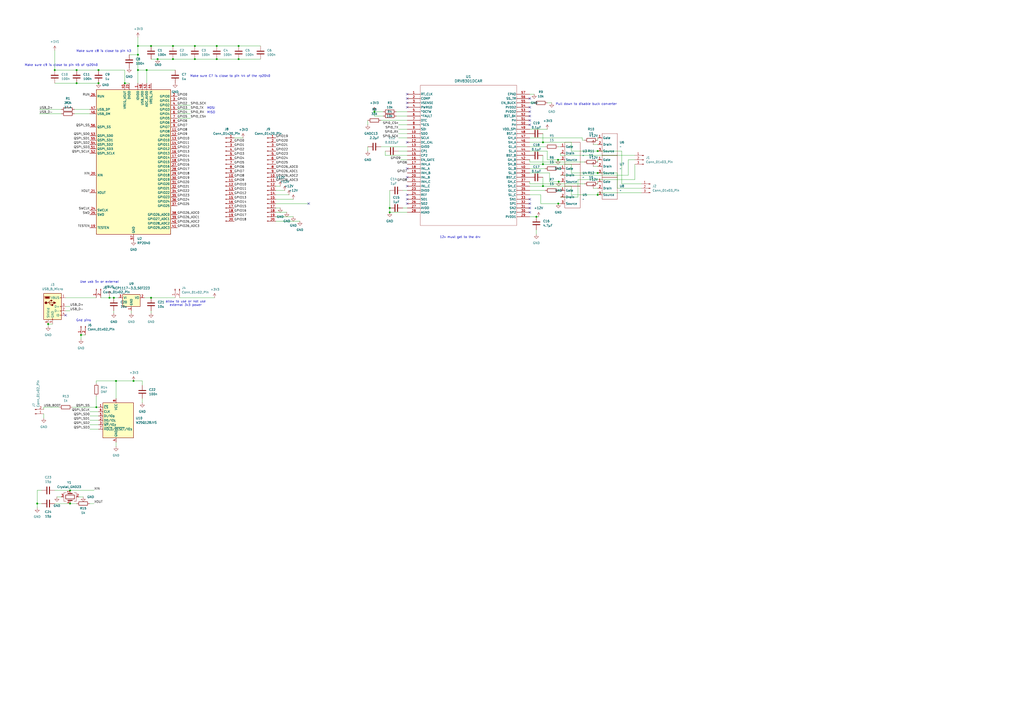
<source format=kicad_sch>
(kicad_sch (version 20250114) (generator "eeschema") (generator_version "9.0")
  (paper "A2")
  (text "allow to use or not use\nexternal 3v3 power" (at 107.696 176.022 0) (effects (font (size 1.27 1.27))))
  (text "Use usb 5v or external" (at 57.658 163.576 0) (effects (font (size 1.27 1.27))))
  (text "MOSI" (at 122.428 62.738 0) (effects (font (size 1.27 1.27))))
  (text "12v must get to the drv" (at 266.954 137.668 0) (effects (font (size 1.27 1.27))))
  (text "Gnd pins" (at 48.514 185.928 0) (effects (font (size 1.27 1.27))))
  (text "Make sure c8 is close to pin 43" (at 60.198 29.718 0) (effects (font (size 1.27 1.27))))
  (text "Pull down to disable buck converter" (at 340.106 60.452 0) (effects (font (size 1.27 1.27))))
  (text "MISO" (at 122.428 65.278 0) (effects (font (size 1.27 1.27))))
  (text "Make sure c9 is close to pin 45 of rp2040" (at 35.56 37.846 0) (effects (font (size 1.27 1.27))))
  (text "Make sure C7 is close to pin 44 of the rp2040" (at 133.604 44.196 0) (effects (font (size 1.27 1.27))))
  (junction (at 91.44 34.29))
  (junction (at 113.03 26.67))
  (junction (at 46.99 194.31))
  (junction (at 314.96 107.95))
  (junction (at 311.15 125.73))
  (junction (at 324.0892 105.41))
  (junction (at 217.17 64.77))
  (junction (at 125.73 26.67))
  (junction (at 87.63 172.72))
  (junction (at 80.01 31.75))
  (junction (at 226.06 120.65))
  (junction (at 87.63 26.67))
  (junction (at 44.45 48.26))
  (junction (at 113.03 34.29))
  (junction (at 125.73 34.29))
  (junction (at 314.96 95.25))
  (junction (at 314.96 82.55))
  (junction (at 346.71 113.03))
  (junction (at 226.06 123.19))
  (junction (at 63.5 172.72))
  (junction (at 40.64 292.1))
  (junction (at 346.71 100.33))
  (junction (at 31.75 40.64))
  (junction (at 100.33 34.29))
  (junction (at 57.15 48.26))
  (junction (at 27.94 187.96))
  (junction (at 67.31 220.98))
  (junction (at 346.71 87.63))
  (junction (at 100.33 26.67))
  (junction (at 44.45 40.64))
  (junction (at 80.01 40.64))
  (junction (at 138.43 26.67))
  (junction (at 55.88 236.22))
  (junction (at 66.04 172.72))
  (junction (at 72.39 48.26))
  (junction (at 80.01 26.67))
  (junction (at 138.43 34.29))
  (junction (at 323.85 118.11))
  (junction (at 21.59 292.1))
  (junction (at 57.15 40.64))
  (junction (at 323.7092 92.71))
  (junction (at 85.09 40.64))
  (junction (at 40.64 284.48))
  (junction (at 77.47 220.98))
  (no_connect (at 236.22 107.95))
  (no_connect (at 236.22 82.55))
  (no_connect (at 307.34 67.31))
  (no_connect (at 236.22 59.69))
  (no_connect (at 307.34 123.19))
  (no_connect (at 307.34 118.11))
  (no_connect (at 236.22 57.15))
  (no_connect (at 236.22 62.23))
  (no_connect (at 307.34 120.65))
  (no_connect (at 307.34 69.85))
  (no_connect (at 38.1 182.88))
  (no_connect (at 307.34 57.15))
  (no_connect (at 307.34 64.77))
  (no_connect (at 236.22 54.61))
  (no_connect (at 307.34 115.57))
  (no_connect (at 179.07 118.11))
  (no_connect (at 236.22 118.11))
  (no_connect (at 236.22 113.03))
  (no_connect (at 236.22 115.57))
  (no_connect (at 307.34 72.39))
  (no_connect (at 236.22 102.87))
  (no_connect (at 236.22 97.79))
  (no_connect (at 307.34 62.23))
  (wire (pts (xy 34.29 236.22) (xy 25.4 236.22)))
  (wire (pts (xy 372.11 109.22) (xy 358.14 109.22)))
  (wire (pts (xy 372.11 111.76) (xy 346.71 111.76)))
  (wire (pts (xy 307.34 74.93) (xy 317.5 74.93)))
  (wire (pts (xy 314.96 77.47) (xy 314.96 82.55)))
  (wire (pts (xy 311.15 125.73) (xy 312.42 125.73)))
  (wire (pts (xy 52.07 246.38) (xy 57.15 246.38)))
  (wire (pts (xy 135.89 80.01) (xy 140.97 80.01)))
  (wire (pts (xy 313.69 118.11) (xy 323.85 118.11)))
  (wire (pts (xy 217.17 67.31) (xy 217.17 64.77)))
  (wire (pts (xy 160.02 107.95) (xy 162.56 107.95)))
  (wire (pts (xy 233.68 120.65) (xy 236.22 120.65)))
  (wire (pts (xy 160.02 113.03) (xy 167.64 113.03)))
  (wire (pts (xy 160.02 123.19) (xy 166.37 123.19)))
  (wire (pts (xy 229.87 67.31) (xy 236.22 67.31)))
  (wire (pts (xy 372.11 106.68) (xy 360.68 106.68)))
  (wire (pts (xy 325.12 101.6) (xy 364.49 101.6)))
  (wire (pts (xy 314.96 82.55) (xy 307.34 82.55)))
  (wire (pts (xy 231.14 72.39) (xy 236.22 72.39)))
  (wire (pts (xy 339.09 93.98) (xy 307.34 93.98)))
  (wire (pts (xy 138.43 34.29) (xy 151.13 34.29)))
  (wire (pts (xy 317.5 59.69) (xy 320.04 59.69)))
  (wire (pts (xy 231.14 77.47) (xy 236.22 77.47)))
  (wire (pts (xy 337.82 80.01) (xy 307.34 80.01)))
  (wire (pts (xy 87.63 34.29) (xy 91.44 34.29)))
  (wire (pts (xy 25.4 236.22) (xy 25.4 237.49)))
  (wire (pts (xy 307.34 110.49) (xy 316.23 110.49)))
  (wire (pts (xy 313.69 113.03) (xy 313.69 118.11)))
  (wire (pts (xy 220.98 85.09) (xy 236.22 85.09)))
  (wire (pts (xy 102.87 60.96) (xy 110.49 60.96)))
  (wire (pts (xy 331.47 113.03) (xy 331.47 107.95)))
  (wire (pts (xy 307.34 85.09) (xy 316.23 85.09)))
  (wire (pts (xy 307.34 87.63) (xy 317.5 87.63)))
  (wire (pts (xy 40.64 292.1) (xy 44.45 292.1)))
  (wire (pts (xy 346.71 113.03) (xy 331.47 113.03)))
  (wire (pts (xy 80.01 26.67) (xy 80.01 31.75)))
  (wire (pts (xy 307.34 97.79) (xy 316.23 97.79)))
  (wire (pts (xy 364.49 101.6) (xy 364.49 92.71)))
  (wire (pts (xy 31.75 40.64) (xy 44.45 40.64)))
  (wire (pts (xy 337.82 81.28) (xy 337.82 80.01)))
  (wire (pts (xy 102.87 63.5) (xy 110.49 63.5)))
  (wire (pts (xy 25.4 240.03) (xy 25.4 242.57)))
  (wire (pts (xy 27.94 187.96) (xy 30.48 187.96)))
  (wire (pts (xy 323.85 110.49) (xy 325.12 110.49)))
  (wire (pts (xy 52.07 241.3) (xy 57.15 241.3)))
  (wire (pts (xy 223.52 90.17) (xy 236.22 90.17)))
  (wire (pts (xy 52.07 238.76) (xy 57.15 238.76)))
  (wire (pts (xy 223.52 87.63) (xy 223.52 90.17)))
  (wire (pts (xy 160.02 125.73) (xy 170.18 125.73)))
  (wire (pts (xy 160.02 115.57) (xy 170.18 115.57)))
  (wire (pts (xy 307.34 59.69) (xy 309.88 59.69)))
  (wire (pts (xy 138.43 26.67) (xy 151.13 26.67)))
  (wire (pts (xy 38.1 172.72) (xy 55.88 172.72)))
  (wire (pts (xy 46.99 194.31) (xy 49.53 194.31)))
  (wire (pts (xy 104.14 172.72) (xy 124.46 172.72)))
  (wire (pts (xy 307.34 100.33) (xy 318.77 100.33)))
  (wire (pts (xy 102.87 68.58) (xy 110.49 68.58)))
  (wire (pts (xy 44.45 48.26) (xy 57.15 48.26)))
  (wire (pts (xy 80.01 21.59) (xy 80.01 26.67)))
  (wire (pts (xy 226.06 120.65) (xy 226.06 123.19)))
  (wire (pts (xy 55.88 222.25) (xy 55.88 220.98)))
  (wire (pts (xy 346.71 81.28) (xy 346.71 80.01)))
  (wire (pts (xy 48.26 288.29) (xy 45.72 288.29)))
  (wire (pts (xy 220.98 69.85) (xy 236.22 69.85)))
  (wire (pts (xy 323.7092 92.71) (xy 325.12 92.71)))
  (wire (pts (xy 346.71 87.63) (xy 360.68 87.63)))
  (wire (pts (xy 80.01 31.75) (xy 80.01 40.64)))
  (wire (pts (xy 43.18 63.5) (xy 52.07 63.5)))
  (wire (pts (xy 44.45 40.64) (xy 57.15 40.64)))
  (wire (pts (xy 113.03 34.29) (xy 125.73 34.29)))
  (wire (pts (xy 331.47 107.95) (xy 314.96 107.95)))
  (wire (pts (xy 72.39 40.64) (xy 72.39 48.26)))
  (wire (pts (xy 213.36 85.09) (xy 213.36 87.63)))
  (wire (pts (xy 87.63 172.72) (xy 101.6 172.72)))
  (wire (pts (xy 160.02 120.65) (xy 162.56 120.65)))
  (wire (pts (xy 113.03 26.67) (xy 125.73 26.67)))
  (wire (pts (xy 346.71 106.68) (xy 346.71 105.41)))
  (wire (pts (xy 233.68 110.49) (xy 236.22 110.49)))
  (wire (pts (xy 307.34 54.61) (xy 309.88 54.61)))
  (wire (pts (xy 82.55 220.98) (xy 82.55 223.52)))
  (wire (pts (xy 226.06 123.19) (xy 236.22 123.19)))
  (wire (pts (xy 40.64 177.8) (xy 38.1 177.8)))
  (wire (pts (xy 317.5 92.71) (xy 323.7092 92.71)))
  (wire (pts (xy 33.02 288.29) (xy 35.56 288.29)))
  (wire (pts (xy 317.5 87.63) (xy 317.5 92.71)))
  (wire (pts (xy 91.44 34.29) (xy 100.33 34.29)))
  (wire (pts (xy 307.34 125.73) (xy 311.15 125.73)))
  (wire (pts (xy 318.77 100.33) (xy 318.77 105.41)))
  (wire (pts (xy 368.3 90.17) (xy 325.12 90.17)))
  (wire (pts (xy 125.73 26.67) (xy 138.43 26.67)))
  (wire (pts (xy 360.68 106.68) (xy 360.68 87.63)))
  (wire (pts (xy 22.86 63.5) (xy 35.56 63.5)))
  (wire (pts (xy 63.5 172.72) (xy 66.04 172.72)))
  (wire (pts (xy 85.09 40.64) (xy 85.09 48.26)))
  (wire (pts (xy 160.02 110.49) (xy 165.1 110.49)))
  (wire (pts (xy 52.07 292.1) (xy 54.61 292.1)))
  (wire (pts (xy 335.28 104.14) (xy 335.28 114.3)))
  (wire (pts (xy 66.04 181.61) (xy 66.04 180.34)))
  (wire (pts (xy 217.17 64.77) (xy 222.25 64.77)))
  (wire (pts (xy 63.5 171.45) (xy 63.5 172.72)))
  (wire (pts (xy 331.47 87.63) (xy 346.71 87.63)))
  (wire (pts (xy 72.39 48.26) (xy 74.93 48.26)))
  (wire (pts (xy 314.96 90.17) (xy 314.96 95.25)))
  (wire (pts (xy 346.71 100.33) (xy 358.14 100.33)))
  (wire (pts (xy 358.14 109.22) (xy 358.14 100.33)))
  (wire (pts (xy 85.09 40.64) (xy 101.6 40.64)))
  (wire (pts (xy 231.14 87.63) (xy 236.22 87.63)))
  (wire (pts (xy 74.93 31.75) (xy 80.01 31.75)))
  (wire (pts (xy 323.85 85.09) (xy 325.12 85.09)))
  (wire (pts (xy 55.88 236.22) (xy 57.15 236.22)))
  (wire (pts (xy 100.33 34.29) (xy 113.03 34.29)))
  (wire (pts (xy 344.17 109.22) (xy 346.71 109.22)))
  (wire (pts (xy 231.14 74.93) (xy 236.22 74.93)))
  (wire (pts (xy 307.34 93.98) (xy 307.34 92.71)))
  (wire (pts (xy 331.47 100.33) (xy 346.71 100.33)))
  (wire (pts (xy 346.71 93.98) (xy 346.71 92.71)))
  (wire (pts (xy 40.64 180.34) (xy 38.1 180.34)))
  (wire (pts (xy 364.49 92.71) (xy 368.3 92.71)))
  (wire (pts (xy 307.34 113.03) (xy 313.69 113.03)))
  (wire (pts (xy 368.3 95.25) (xy 368.3 104.14)))
  (wire (pts (xy 41.91 236.22) (xy 55.88 236.22)))
  (wire (pts (xy 24.13 284.48) (xy 21.59 284.48)))
  (wire (pts (xy 314.96 107.95) (xy 307.34 107.95)))
  (wire (pts (xy 46.99 194.31) (xy 46.99 196.85)))
  (wire (pts (xy 55.88 229.87) (xy 55.88 236.22)))
  (wire (pts (xy 331.47 87.63) (xy 331.47 82.55)))
  (wire (pts (xy 31.75 284.48) (xy 40.64 284.48)))
  (wire (pts (xy 160.02 118.11) (xy 179.07 118.11)))
  (wire (pts (xy 55.88 220.98) (xy 67.31 220.98)))
  (wire (pts (xy 331.47 95.25) (xy 314.96 95.25)))
  (wire (pts (xy 323.85 97.79) (xy 325.12 97.79)))
  (wire (pts (xy 346.71 111.76) (xy 346.71 113.03)))
  (wire (pts (xy 311.15 133.35) (xy 311.15 135.89)))
  (wire (pts (xy 67.31 220.98) (xy 77.47 220.98)))
  (wire (pts (xy 67.31 259.08) (xy 67.31 256.54)))
  (wire (pts (xy 368.3 104.14) (xy 335.28 104.14)))
  (wire (pts (xy 314.96 102.87) (xy 314.96 107.95)))
  (wire (pts (xy 66.04 172.72) (xy 68.58 172.72)))
  (wire (pts (xy 335.28 114.3) (xy 325.12 114.3)))
  (wire (pts (xy 22.86 66.04) (xy 35.56 66.04)))
  (wire (pts (xy 344.17 96.52) (xy 346.71 96.52)))
  (wire (pts (xy 27.94 189.23) (xy 27.94 187.96)))
  (wire (pts (xy 43.18 66.04) (xy 52.07 66.04)))
  (wire (pts (xy 31.75 29.21) (xy 31.75 40.64)))
  (wire (pts (xy 324.0892 105.41) (xy 325.12 105.41)))
  (wire (pts (xy 331.47 100.33) (xy 331.47 95.25)))
  (wire (pts (xy 325.12 88.9) (xy 325.12 90.17)))
  (wire (pts (xy 314.96 95.25) (xy 307.34 95.25)))
  (wire (pts (xy 52.07 243.84) (xy 57.15 243.84)))
  (wire (pts (xy 21.59 284.48) (xy 21.59 292.1)))
  (wire (pts (xy 323.85 118.11) (xy 325.12 118.11)))
  (wire (pts (xy 307.34 106.68) (xy 307.34 105.41)))
  (wire (pts (xy 231.14 80.01) (xy 236.22 80.01)))
  (wire (pts (xy 331.47 82.55) (xy 314.96 82.55)))
  (wire (pts (xy 40.64 284.48) (xy 54.61 284.48)))
  (wire (pts (xy 222.25 67.31) (xy 217.17 67.31)))
  (wire (pts (xy 82.55 233.68) (xy 82.55 231.14)))
  (wire (pts (xy 100.33 26.67) (xy 113.03 26.67)))
  (wire (pts (xy 339.09 106.68) (xy 307.34 106.68)))
  (wire (pts (xy 160.02 128.27) (xy 173.99 128.27)))
  (wire (pts (xy 318.77 105.41) (xy 324.0892 105.41)))
  (wire (pts (xy 57.15 40.64) (xy 72.39 40.64)))
  (wire (pts (xy 229.87 64.77) (xy 236.22 64.77)))
  (wire (pts (xy 213.36 69.85) (xy 213.36 72.39)))
  (wire (pts (xy 125.73 34.29) (xy 138.43 34.29)))
  (wire (pts (xy 21.59 294.64) (xy 21.59 292.1)))
  (wire (pts (xy 76.2 181.61) (xy 76.2 180.34)))
  (wire (pts (xy 52.07 248.92) (xy 57.15 248.92)))
  (wire (pts (xy 21.59 292.1) (xy 24.13 292.1)))
  (wire (pts (xy 58.42 172.72) (xy 63.5 172.72)))
  (wire (pts (xy 226.06 110.49) (xy 226.06 120.65)))
  (wire (pts (xy 87.63 181.61) (xy 87.63 180.34)))
  (wire (pts (xy 344.17 83.82) (xy 346.71 83.82)))
  (wire (pts (xy 102.87 66.04) (xy 110.49 66.04)))
  (wire (pts (xy 31.75 292.1) (xy 40.64 292.1)))
  (wire (pts (xy 31.75 48.26) (xy 44.45 48.26)))
  (wire (pts (xy 80.01 40.64) (xy 85.09 40.64)))
  (wire (pts (xy 83.82 172.72) (xy 87.63 172.72)))
  (wire (pts (xy 337.82 81.28) (xy 339.09 81.28)))
  (wire (pts (xy 87.63 26.67) (xy 100.33 26.67)))
  (wire (pts (xy 77.47 220.98) (xy 82.55 220.98)))
  (wire (pts (xy 232.41 92.71) (xy 236.22 92.71)))
  (wire (pts (xy 80.01 40.64) (xy 80.01 48.26)))
  (wire (pts (xy 67.31 231.14) (xy 67.31 220.98)))
  (wire (pts (xy 80.01 26.67) (xy 87.63 26.67)))
  (label "SPI0_RX" (at 110.49 66.04 0))
  (label "GPIO21" (at 160.02 85.09 0))
  (label "GPIO7" (at 102.87 73.66 0))
  (label "GPIO26_ADC0" (at 102.87 124.46 0))
  (label "GPIO8" (at 236.22 105.41 180))
  (label "QSPI_SD2" (at 52.07 83.82 180))
  (label "GPIO6" (at 135.89 97.79 0))
  (label "QSPI_SD0" (at 52.07 78.74 180))
  (label "GPIO9" (at 232.41 92.71 180))
  (label "USB_BOOT" (at 25.4 236.22 0))
  (label "GPIO22" (at 102.87 111.76 0))
  (label "GPIO14" (at 102.87 91.44 0))
  (label "GPIO9" (at 135.89 105.41 0))
  (label "GPIO16" (at 102.87 96.52 0))
  (label "SWCLK" (at 52.07 121.92 180))
  (label "GPIO13" (at 102.87 88.9 0))
  (label "QSPI_SD1" (at 52.07 81.28 180))
  (label "XOUT" (at 52.07 111.76 180))
  (label "RUN" (at 52.07 55.88 180))
  (label "GPIO26_ADC0" (at 160.02 97.79 0))
  (label "GPIO7" (at 236.22 100.33 180))
  (label "SPI0_TX" (at 231.14 74.93 180))
  (label "GPIO24" (at 102.87 116.84 0))
  (label "GPIO12" (at 102.87 86.36 0))
  (label "GPIO20" (at 102.87 106.68 0))
  (label "USB_D-" (at 40.64 180.34 0))
  (label "GPIO0" (at 135.89 82.55 0))
  (label "GPIO12" (at 135.89 113.03 0))
  (label "SPI0_RX" (at 231.14 77.47 180))
  (label "QSPI_SCLK" (at 52.07 238.76 180))
  (label "QSPI_SD1" (at 52.07 243.84 180))
  (label "GPIO17" (at 102.87 99.06 0))
  (label "GPIO8" (at 102.87 76.2 0))
  (label "GPIO16" (at 135.89 123.19 0))
  (label "GPIO1" (at 135.89 85.09 0))
  (label "GPIO3" (at 102.87 63.5 0))
  (label "GPIO5" (at 135.89 95.25 0))
  (label "GPIO18" (at 102.87 101.6 0))
  (label "GPIO19" (at 160.02 80.01 0))
  (label "GPIO6" (at 102.87 71.12 0))
  (label "SPI0_SCK" (at 110.49 60.96 0))
  (label "GPIO7" (at 135.89 100.33 0))
  (label "GPIO20" (at 160.02 82.55 0))
  (label "GPIO23" (at 160.02 90.17 0))
  (label "GPIO26_ADC1" (at 160.02 100.33 0))
  (label "GPIO11" (at 135.89 110.49 0))
  (label "USB_D-" (at 22.86 66.04 0))
  (label "GPIO26_ADC2" (at 102.87 129.54 0))
  (label "GPIO21" (at 102.87 109.22 0))
  (label "GPIO0" (at 102.87 55.88 0))
  (label "GPIO3" (at 135.89 90.17 0))
  (label "USB_D+" (at 40.64 177.8 0))
  (label "XIN" (at 52.07 101.6 180))
  (label "QSPI_SCLK" (at 52.07 88.9 180))
  (label "GPIO5" (at 102.87 68.58 0))
  (label "GPIO9" (at 102.87 78.74 0))
  (label "GPIO25" (at 102.87 119.38 0))
  (label "SPI0_CSn" (at 110.49 68.58 0))
  (label "QSPI_SD3" (at 52.07 248.92 180))
  (label "GPIO2" (at 102.87 60.96 0))
  (label "GPIO26_ADC3" (at 160.02 105.41 0))
  (label "GPIO13" (at 135.89 115.57 0))
  (label "GPIO22" (at 160.02 87.63 0))
  (label "GPIO17" (at 135.89 125.73 0))
  (label "GPIO26_ADC2" (at 160.02 102.87 0))
  (label "GPIO6" (at 236.22 95.25 180))
  (label "GPIO10" (at 135.89 107.95 0))
  (label "GPIO10" (at 102.87 81.28 0))
  (label "GPIO1" (at 102.87 58.42 0))
  (label "QSPI_SS" (at 52.07 73.66 180))
  (label "GPIO4" (at 102.87 66.04 0))
  (label "GPIO8" (at 135.89 102.87 0))
  (label "SPI0_CSn" (at 231.14 72.39 180))
  (label "SPI0_SCK" (at 231.14 80.01 180))
  (label "XOUT" (at 54.61 292.1 0))
  (label "GPIO4" (at 135.89 92.71 0))
  (label "GPIO26_ADC1" (at 102.87 127 0))
  (label "GPIO15" (at 102.87 93.98 0))
  (label "QSPI_SD3" (at 52.07 86.36 180))
  (label "QSPI_SS" (at 52.07 236.22 180))
  (label "GPIO14" (at 135.89 118.11 0))
  (label "GPIO26_ADC3" (at 102.87 132.08 0))
  (label "GPIO18" (at 135.89 128.27 0))
  (label "GPIO11" (at 102.87 83.82 0))
  (label "QSPI_SD2" (at 52.07 246.38 180))
  (label "SPI0_TX" (at 110.49 63.5 0))
  (label "GPIO24" (at 160.02 92.71 0))
  (label "USB_D+" (at 22.86 63.5 0))
  (label "GPIO23" (at 102.87 114.3 0))
  (label "GPIO25" (at 160.02 95.25 0))
  (label "SWD" (at 52.07 124.46 180))
  (label "GPIO19" (at 102.87 104.14 0))
  (label "TESTEN" (at 52.07 132.08 180))
  (label "XIN" (at 54.61 284.48 0))
  (label "QSPI_SD0" (at 52.07 241.3 180))
  (label "GPIO15" (at 135.89 120.65 0))
  (label "GPIO2" (at 135.89 87.63 0))
  (symbol (lib_id "Device:R") (at 342.9 81.28 90) (unit 1)
    (property "Reference" "R10" (at 342.9 74.93 90))
    (property "Value" "15" (at 342.9 77.47 90))
    (property "Footprint" "Resistor_SMD:R_0402_1005Metric" (effects (hide yes)))
    (property "Description" "Resistor" (effects (hide yes)))
  )
  (symbol (lib_id "power:GND") (at 76.2 181.61 0) (unit 1)
    (property "Reference" "#PWR026" (effects (hide yes)))
    (property "Value" "GND" (at 76.2 186.69 0))
    (property "Description" "Power symbol creates a global label with name \"GND\" , ground" (effects (hide yes)))
  )
  (symbol (lib_id "power:GND") (at 87.63 181.61 0) (unit 1)
    (property "Reference" "#PWR027" (effects (hide yes)))
    (property "Value" "GND" (at 87.63 186.69 0))
    (property "Description" "Power symbol creates a global label with name \"GND\" , ground" (effects (hide yes)))
  )
  (symbol (lib_id "power:+3V3") (at 77.47 220.98 0) (unit 1)
    (property "Reference" "#PWR031" (effects (hide yes)))
    (property "Value" "+3V3" (at 77.724 216.154 0))
    (property "Description" "Power symbol creates a global label with name \"+3V3\"" (effects (hide yes)))
  )
  (symbol (lib_id "RS100N135T:RS100N135T") (at 351.79 82.55 0) (unit 1)
    (property "Reference" "U6" (at 359.41 82.5499 0) (effects (justify left)))
    (property "Value" "~" (at 359.41 85.0899 0) (effects (justify left)))
    (property "Footprint" "Package_TO_SOT_THT:TO-220-3_Vertical" (effects (hide yes)))
  )
  (symbol (lib_id "Device:C") (at 229.87 120.65 90) (unit 1)
    (property "Reference" "C15" (at 229.87 114.554 90))
    (property "Value" "1µF" (at 229.87 117.094 90))
    (property "Footprint" "Capacitor_SMD:C_0603_1608Metric" (effects (hide yes)))
    (property "Description" "Unpolarized capacitor" (effects (hide yes)))
  )
  (symbol (lib_id "power:+12V") (at 165.1 110.49 0) (unit 1)
    (property "Reference" "#PWR039" (effects (hide yes)))
    (property "Value" "+12V" (at 165.1 105.41 0))
    (property "Description" "Power symbol creates a global label with name \"+12V\"" (effects (hide yes)))
  )
  (symbol (lib_id "Device:R") (at 217.17 69.85 90) (unit 1)
    (property "Reference" "R8" (at 217.17 63.5 90))
    (property "Value" "33k" (at 217.17 66.04 90))
    (property "Footprint" "Resistor_SMD:R_0402_1005Metric" (effects (hide yes)))
    (property "Description" "Resistor" (effects (hide yes)))
  )
  (symbol (lib_id "Device:C") (at 311.15 90.17 90) (unit 1)
    (property "Reference" "C18" (at 311.15 84.074 90))
    (property "Value" "0.1µF" (at 311.15 86.614 90))
    (property "Footprint" "Capacitor_SMD:C_0603_1608Metric" (effects (hide yes)))
    (property "Description" "Unpolarized capacitor" (effects (hide yes)))
  )
  (symbol (lib_id "RS100N135T:RS100N135T") (at 330.2 113.03 0) (unit 1)
    (property "Reference" "U5" (at 337.82 113.0299 0) (effects (justify left)))
    (property "Value" "~" (at 337.82 115.5699 0) (effects (justify left)))
    (property "Footprint" "Package_TO_SOT_THT:TO-220-3_Vertical" (effects (hide yes)))
  )
  (symbol (lib_id "power:+12V") (at 312.42 125.73 0) (unit 1)
    (property "Reference" "#PWR022" (effects (hide yes)))
    (property "Value" "+12V" (at 312.42 120.65 0))
    (property "Description" "Power symbol creates a global label with name \"+12V\"" (effects (hide yes)))
  )
  (symbol (lib_id "power:GND") (at 309.88 54.61 0) (unit 1)
    (property "Reference" "#PWR014" (effects (hide yes)))
    (property "Value" "GND" (at 309.88 59.69 0))
    (property "Description" "Power symbol creates a global label with name \"GND\" , ground" (effects (hide yes)))
  )
  (symbol (lib_id "power:GND") (at 57.15 48.26 0) (unit 1)
    (property "Reference" "#PWR05" (effects (hide yes)))
    (property "Value" "GND" (at 61.214 49.276 0))
    (property "Description" "Power symbol creates a global label with name \"GND\" , ground" (effects (hide yes)))
  )
  (symbol (lib_id "power:GND") (at 25.4 242.57 0) (unit 1)
    (property "Reference" "#PWR030" (effects (hide yes)))
    (property "Value" "GND" (at 25.4 247.65 0))
    (property "Description" "Power symbol creates a global label with name \"GND\" , ground" (effects (hide yes)))
  )
  (symbol (lib_id "Connector:Conn_01x02_Pin") (at 101.6 167.64 90) (mirror x) (unit 1)
    (property "Reference" "J4" (at 105.41 167.0049 90) (effects (justify right)))
    (property "Value" "Conn_01x02_Pin" (at 105.41 169.5449 90) (effects (justify right)))
    (property "Footprint" "Connector_PinHeader_2.54mm:PinHeader_1x02_P2.54mm_Vertical" (effects (hide yes)))
    (property "Description" "Generic connector, single row, 01x02, script generated" (effects (hide yes)))
  )
  (symbol (lib_id "power:GND") (at 226.06 123.19 0) (unit 1)
    (property "Reference" "#PWR08" (effects (hide yes)))
    (property "Value" "GND" (at 226.06 128.27 0))
    (property "Description" "Power symbol creates a global label with name \"GND\" , ground" (effects (hide yes)))
  )
  (symbol (lib_id "Device:C") (at 113.03 30.48 0) (unit 1)
    (property "Reference" "C3" (at 116.84 29.2099 0) (effects (justify left)))
    (property "Value" "100n" (at 116.84 31.7499 0) (effects (justify left)))
    (property "Footprint" "Capacitor_SMD:C_0402_1005Metric" (effects (hide yes)))
    (property "Description" "Unpolarized capacitor" (effects (hide yes)))
  )
  (symbol (lib_id "power:GND") (at 74.93 39.37 0) (unit 1)
    (property "Reference" "#PWR04" (effects (hide yes)))
    (property "Value" "GND" (at 74.93 44.45 0))
    (property "Description" "Power symbol creates a global label with name \"GND\" , ground" (effects (hide yes)))
  )
  (symbol (lib_id "power:GND") (at 66.04 181.61 0) (unit 1)
    (property "Reference" "#PWR025" (effects (hide yes)))
    (property "Value" "GND" (at 66.04 186.69 0))
    (property "Description" "Power symbol creates a global label with name \"GND\" , ground" (effects (hide yes)))
  )
  (symbol (lib_id "Device:C") (at 66.04 176.53 0) (unit 1)
    (property "Reference" "C20" (at 69.85 175.2599 0) (effects (justify left)))
    (property "Value" "10u" (at 69.85 177.7999 0) (effects (justify left)))
    (property "Footprint" "Capacitor_SMD:C_0805_2012Metric" (effects (hide yes)))
    (property "Description" "Unpolarized capacitor" (effects (hide yes)))
  )
  (symbol (lib_id "Device:R") (at 320.04 110.49 90) (unit 1)
    (property "Reference" "R7" (at 320.04 104.14 90))
    (property "Value" "15" (at 320.04 106.68 90))
    (property "Footprint" "Resistor_SMD:R_0402_1005Metric" (effects (hide yes)))
    (property "Description" "Resistor" (effects (hide yes)))
  )
  (symbol (lib_id "Device:R") (at 39.37 63.5 90) (unit 1)
    (property "Reference" "R1" (at 39.37 57.15 90))
    (property "Value" "27.4" (at 39.37 59.69 90))
    (property "Footprint" "A_HDJ_Library:R_0402_1005Metric" (effects (hide yes)))
    (property "Description" "Resistor" (effects (hide yes)))
  )
  (symbol (lib_id "power:GND") (at 323.7092 92.71 0) (unit 1)
    (property "Reference" "#PWR018" (effects (hide yes)))
    (property "Value" "GND" (at 323.7092 97.79 0))
    (property "Description" "Power symbol creates a global label with name \"GND\" , ground" (effects (hide yes)))
  )
  (symbol (lib_id "Device:R") (at 226.06 67.31 90) (unit 1)
    (property "Reference" "R4" (at 226.06 64.77 90))
    (property "Value" "10k" (at 226.06 67.31 90))
    (property "Footprint" "A_HDJ_Library:R_0402_1005Metric" (effects (hide yes)))
    (property "Description" "Resistor" (effects (hide yes)))
  )
  (symbol (lib_id "Device:C") (at 57.15 44.45 0) (unit 1)
    (property "Reference" "C9" (at 60.96 43.1799 0) (effects (justify left)))
    (property "Value" "1u" (at 60.96 45.7199 0) (effects (justify left)))
    (property "Footprint" "Capacitor_SMD:C_0603_1608Metric" (effects (hide yes)))
    (property "Description" "Unpolarized capacitor" (effects (hide yes)))
  )
  (symbol (lib_id "power:+1V1") (at 31.75 29.21 0) (unit 1)
    (property "Reference" "#PWR06" (effects (hide yes)))
    (property "Value" "+1V1" (at 31.75 24.13 0))
    (property "Description" "Power symbol creates a global label with name \"+1V1\"" (effects (hide yes)))
  )
  (symbol (lib_id "Device:Crystal_GND23") (at 40.64 288.29 270) (unit 1)
    (property "Reference" "Y1" (at 40.132 279.908 90))
    (property "Value" "Crystal_GND23" (at 40.132 282.448 90))
    (property "Footprint" "Crystal:Crystal_SMD_3225-4Pin_3.2x2.5mm" (effects (hide yes)))
    (property "Description" "Four pin crystal, GND on pins 2 and 3" (effects (hide yes)))
  )
  (symbol (lib_id "Connector:Conn_01x02_Pin") (at 55.88 167.64 90) (mirror x) (unit 1)
    (property "Reference" "J5" (at 59.69 167.0049 90) (effects (justify right)))
    (property "Value" "Conn_01x02_Pin" (at 59.69 169.418 90) (effects (justify right)))
    (property "Footprint" "Connector_PinHeader_2.54mm:PinHeader_1x02_P2.54mm_Vertical" (effects (hide yes)))
    (property "Description" "Generic connector, single row, 01x02, script generated" (effects (hide yes)))
  )
  (symbol (lib_id "Connector:USB_B_Micro") (at 30.48 177.8 0) (unit 1)
    (property "Reference" "J3" (at 30.48 165.1 0))
    (property "Value" "USB_B_Micro" (at 30.48 167.64 0))
    (property "Footprint" "Connector_USB:USB_Micro-AB_Molex_47590-0001" (effects (hide yes)))
    (property "Description" "USB Micro Type B connector" (effects (hide yes)))
  )
  (symbol (lib_id "power:GND") (at 173.99 128.27 0) (unit 1)
    (property "Reference" "#PWR046" (effects (hide yes)))
    (property "Value" "GND" (at 173.99 133.35 0))
    (property "Description" "Power symbol creates a global label with name \"GND\" , ground" (effects (hide yes)))
  )
  (symbol (lib_id "power:+3V3") (at 124.46 172.72 0) (unit 1)
    (property "Reference" "#PWR028" (effects (hide yes)))
    (property "Value" "+3V3" (at 124.714 167.894 0))
    (property "Description" "Power symbol creates a global label with name \"+3V3\"" (effects (hide yes)))
  )
  (symbol (lib_id "Connector:Conn_01x02_Pin") (at 46.99 189.23 90) (mirror x) (unit 1)
    (property "Reference" "J6" (at 50.8 188.5949 90) (effects (justify right)))
    (property "Value" "Conn_01x02_Pin" (at 50.8 191.008 90) (effects (justify right)))
    (property "Footprint" "Connector_PinHeader_2.54mm:PinHeader_1x02_P2.54mm_Vertical" (effects (hide yes)))
    (property "Description" "Generic connector, single row, 01x02, script generated" (effects (hide yes)))
  )
  (symbol (lib_id "Device:C") (at 100.33 30.48 0) (unit 1)
    (property "Reference" "C2" (at 104.14 29.2099 0) (effects (justify left)))
    (property "Value" "100n" (at 104.14 31.7499 0) (effects (justify left)))
    (property "Footprint" "Capacitor_SMD:C_0402_1005Metric" (effects (hide yes)))
    (property "Description" "Unpolarized capacitor" (effects (hide yes)))
  )
  (symbol (lib_id "Device:C") (at 27.94 284.48 90) (unit 1)
    (property "Reference" "C23" (at 27.94 276.86 90))
    (property "Value" "15p" (at 27.94 279.4 90))
    (property "Footprint" "Capacitor_SMD:C_0402_1005Metric" (effects (hide yes)))
    (property "Description" "Unpolarized capacitor" (effects (hide yes)))
  )
  (symbol (lib_id "Device:C") (at 44.45 44.45 0) (unit 1)
    (property "Reference" "C11" (at 48.26 43.1799 0) (effects (justify left)))
    (property "Value" "100n" (at 48.26 45.7199 0) (effects (justify left)))
    (property "Footprint" "Capacitor_SMD:C_0402_1005Metric" (effects (hide yes)))
    (property "Description" "Unpolarized capacitor" (effects (hide yes)))
  )
  (symbol (lib_id "power:GND") (at 91.44 34.29 0) (unit 1)
    (property "Reference" "#PWR02" (effects (hide yes)))
    (property "Value" "GND" (at 91.694 37.592 0))
    (property "Description" "Power symbol creates a global label with name \"GND\" , ground" (effects (hide yes)))
  )
  (symbol (lib_id "power:+3V3") (at 140.97 80.01 0) (unit 1)
    (property "Reference" "#PWR037" (effects (hide yes)))
    (property "Value" "+3V3" (at 141.224 75.184 0))
    (property "Description" "Power symbol creates a global label with name \"+3V3\"" (effects (hide yes)))
  )
  (symbol (lib_id "power:GND") (at 323.85 118.11 0) (unit 1)
    (property "Reference" "#PWR016" (effects (hide yes)))
    (property "Value" "GND" (at 323.85 123.19 0))
    (property "Description" "Power symbol creates a global label with name \"GND\" , ground" (effects (hide yes)))
  )
  (symbol (lib_id "power:GND") (at 101.6 48.26 0) (unit 1)
    (property "Reference" "#PWR03" (effects (hide yes)))
    (property "Value" "GND" (at 101.6 53.34 0))
    (property "Description" "Power symbol creates a global label with name \"GND\" , ground" (effects (hide yes)))
  )
  (symbol (lib_id "power:GND") (at 82.55 233.68 0) (unit 1)
    (property "Reference" "#PWR032" (effects (hide yes)))
    (property "Value" "GND" (at 82.55 238.76 0))
    (property "Description" "Power symbol creates a global label with name \"GND\" , ground" (effects (hide yes)))
  )
  (symbol (lib_id "power:+12V") (at 162.56 107.95 0) (unit 1)
    (property "Reference" "#PWR038" (effects (hide yes)))
    (property "Value" "+12V" (at 162.56 102.87 0))
    (property "Description" "Power symbol creates a global label with name \"+12V\"" (effects (hide yes)))
  )
  (symbol (lib_id "power:+3V3") (at 217.17 64.77 0) (unit 1)
    (property "Reference" "#PWR09" (effects (hide yes)))
    (property "Value" "+3V3" (at 217.17 59.69 0))
    (property "Description" "Power symbol creates a global label with name \"+3V3\"" (effects (hide yes)))
  )
  (symbol (lib_id "Device:R") (at 313.69 59.69 90) (unit 1)
    (property "Reference" "R9" (at 313.69 53.34 90))
    (property "Value" "10k" (at 313.69 55.88 90))
    (property "Footprint" "Resistor_SMD:R_0402_1005Metric" (effects (hide yes)))
    (property "Description" "Resistor" (effects (hide yes)))
  )
  (symbol (lib_id "Device:C") (at 151.13 30.48 0) (unit 1)
    (property "Reference" "C6" (at 154.94 29.2099 0) (effects (justify left)))
    (property "Value" "100n" (at 154.94 31.7499 0) (effects (justify left)))
    (property "Footprint" "Capacitor_SMD:C_0402_1005Metric" (effects (hide yes)))
    (property "Description" "Unpolarized capacitor" (effects (hide yes)))
  )
  (symbol (lib_id "power:GND") (at 162.56 120.65 0) (unit 1)
    (property "Reference" "#PWR043" (effects (hide yes)))
    (property "Value" "GND" (at 162.56 125.73 0))
    (property "Description" "Power symbol creates a global label with name \"GND\" , ground" (effects (hide yes)))
  )
  (symbol (lib_id "Device:C") (at 27.94 292.1 90) (unit 1)
    (property "Reference" "C24" (at 27.94 296.926 90))
    (property "Value" "15p" (at 27.94 299.466 90))
    (property "Footprint" "Capacitor_SMD:C_0402_1005Metric" (effects (hide yes)))
    (property "Description" "Unpolarized capacitor" (effects (hide yes)))
  )
  (symbol (lib_id "Device:R") (at 48.26 292.1 90) (unit 1)
    (property "Reference" "R15" (at 48.26 294.894 90))
    (property "Value" "1k" (at 48.26 297.434 90))
    (property "Footprint" "Resistor_SMD:R_0402_1005Metric" (effects (hide yes)))
    (property "Description" "Resistor" (effects (hide yes)))
  )
  (symbol (lib_id "Device:C") (at 229.87 110.49 90) (unit 1)
    (property "Reference" "C14" (at 228.346 103.886 90))
    (property "Value" "1µF" (at 228.346 106.426 90))
    (property "Footprint" "Capacitor_SMD:C_0603_1608Metric" (effects (hide yes)))
    (property "Description" "Unpolarized capacitor" (effects (hide yes)))
  )
  (symbol (lib_id "power:+3V3") (at 80.01 21.59 0) (unit 1)
    (property "Reference" "#PWR01" (effects (hide yes)))
    (property "Value" "+3V3" (at 80.264 16.764 0))
    (property "Description" "Power symbol creates a global label with name \"+3V3\"" (effects (hide yes)))
  )
  (symbol (lib_id "Device:R") (at 38.1 236.22 90) (unit 1)
    (property "Reference" "R13" (at 38.1 229.87 90))
    (property "Value" "1k" (at 38.1 232.41 90))
    (property "Footprint" "Resistor_SMD:R_0402_1005Metric" (effects (hide yes)))
    (property "Description" "Resistor" (effects (hide yes)))
  )
  (symbol (lib_id "power:+12V") (at 170.18 115.57 0) (unit 1)
    (property "Reference" "#PWR041" (effects (hide yes)))
    (property "Value" "+12V" (at 170.18 110.49 0))
    (property "Description" "Power symbol creates a global label with name \"+12V\"" (effects (hide yes)))
  )
  (symbol (lib_id "Device:R") (at 342.9 93.98 90) (unit 1)
    (property "Reference" "R11" (at 342.9 87.63 90))
    (property "Value" "15" (at 342.9 90.17 90))
    (property "Footprint" "Resistor_SMD:R_0402_1005Metric" (effects (hide yes)))
    (property "Description" "Resistor" (effects (hide yes)))
  )
  (symbol (lib_id "RS100N135T:RS100N135T") (at 351.79 95.25 0) (unit 1)
    (property "Reference" "U7" (at 359.41 95.2499 0) (effects (justify left)))
    (property "Value" "~" (at 359.41 97.7899 0) (effects (justify left)))
    (property "Footprint" "Package_TO_SOT_THT:TO-220-3_Vertical" (effects (hide yes)))
  )
  (symbol (lib_id "Device:C") (at 227.33 87.63 90) (unit 1)
    (property "Reference" "C12" (at 227.33 80.01 90))
    (property "Value" "0.022µF" (at 227.33 82.55 90))
    (property "Footprint" "Capacitor_SMD:C_0402_1005Metric_Pad0.74x0.62mm_HandSolder" (effects (hide yes)))
    (property "Description" "Unpolarized capacitor" (effects (hide yes)))
  )
  (symbol (lib_id "Device:C") (at 138.43 30.48 0) (unit 1)
    (property "Reference" "C5" (at 142.24 29.2099 0) (effects (justify left)))
    (property "Value" "100n" (at 142.24 31.7499 0) (effects (justify left)))
    (property "Footprint" "Capacitor_SMD:C_0402_1005Metric" (effects (hide yes)))
    (property "Description" "Unpolarized capacitor" (effects (hide yes)))
  )
  (symbol (lib_id "power:GND") (at 213.36 87.63 0) (unit 1)
    (property "Reference" "#PWR010" (effects (hide yes)))
    (property "Value" "GND" (at 213.36 92.71 0))
    (property "Description" "Power symbol creates a global label with name \"GND\" , ground" (effects (hide yes)))
  )
  (symbol (lib_id "Device:C") (at 311.15 102.87 90) (unit 1)
    (property "Reference" "C17" (at 311.15 96.774 90))
    (property "Value" "0.1µF" (at 311.15 99.314 90))
    (property "Footprint" "Capacitor_SMD:C_0603_1608Metric" (effects (hide yes)))
    (property "Description" "Unpolarized capacitor" (effects (hide yes)))
  )
  (symbol (lib_id "Device:R") (at 39.37 66.04 90) (unit 1)
    (property "Reference" "R2" (at 39.37 59.69 90))
    (property "Value" "27.4" (at 39.37 62.23 90))
    (property "Footprint" "A_HDJ_Library:R_0402_1005Metric" (effects (hide yes)))
    (property "Description" "Resistor" (effects (hide yes)))
  )
  (symbol (lib_id "power:GND") (at 213.36 72.39 0) (unit 1)
    (property "Reference" "#PWR011" (effects (hide yes)))
    (property "Value" "GND" (at 213.36 77.47 0))
    (property "Description" "Power symbol creates a global label with name \"GND\" , ground" (effects (hide yes)))
  )
  (symbol (lib_id "Device:R") (at 226.06 64.77 90) (unit 1)
    (property "Reference" "R3" (at 226.06 59.69 90))
    (property "Value" "10k" (at 226.06 62.23 90))
    (property "Footprint" "A_HDJ_Library:R_0402_1005Metric" (effects (hide yes)))
    (property "Description" "Resistor" (effects (hide yes)))
  )
  (symbol (lib_id "power:+3V3") (at 317.5 74.93 0) (unit 1)
    (property "Reference" "#PWR015" (effects (hide yes)))
    (property "Value" "+3V3" (at 317.754 70.104 0))
    (property "Description" "Power symbol creates a global label with name \"+3V3\"" (effects (hide yes)))
  )
  (symbol (lib_id "Device:C") (at 31.75 44.45 0) (unit 1)
    (property "Reference" "C10" (at 35.56 43.1799 0) (effects (justify left)))
    (property "Value" "100n" (at 35.56 45.7199 0) (effects (justify left)))
    (property "Footprint" "Capacitor_SMD:C_0402_1005Metric" (effects (hide yes)))
    (property "Description" "Unpolarized capacitor" (effects (hide yes)))
  )
  (symbol (lib_id "Device:C") (at 74.93 35.56 0) (unit 1)
    (property "Reference" "C8" (at 78.74 34.2899 0) (effects (justify left)))
    (property "Value" "100n" (at 78.74 36.8299 0) (effects (justify left)))
    (property "Footprint" "Capacitor_SMD:C_0402_1005Metric" (effects (hide yes)))
    (property "Description" "Unpolarized capacitor" (effects (hide yes)))
  )
  (symbol (lib_id "Device:C") (at 125.73 30.48 0) (unit 1)
    (property "Reference" "C4" (at 129.54 29.2099 0) (effects (justify left)))
    (property "Value" "100n" (at 129.54 31.7499 0) (effects (justify left)))
    (property "Footprint" "Capacitor_SMD:C_0402_1005Metric" (effects (hide yes)))
    (property "Description" "Unpolarized capacitor" (effects (hide yes)))
  )
  (symbol (lib_id "power:GND") (at 46.99 196.85 0) (unit 1)
    (property "Reference" "#PWR029" (effects (hide yes)))
    (property "Value" "GND" (at 46.99 201.93 0))
    (property "Description" "Power symbol creates a global label with name \"GND\" , ground" (effects (hide yes)))
  )
  (symbol (lib_id "Connector:Conn_01x20_Pin") (at 154.94 102.87 0) (unit 1)
    (property "Reference" "J9" (at 155.575 74.93 0))
    (property "Value" "Conn_01x20_Pin" (at 155.575 77.47 0))
    (property "Footprint" "Connector_PinHeader_2.54mm:PinHeader_1x20_P2.54mm_Vertical" (effects (hide yes)))
    (property "Description" "Generic connector, single row, 01x20, script generated" (effects (hide yes)))
  )
  (symbol (lib_id "Device:C") (at 311.15 129.54 0) (unit 1)
    (property "Reference" "C16" (at 314.96 128.2699 0) (effects (justify left)))
    (property "Value" "4.7µF" (at 314.96 130.8099 0) (effects (justify left)))
    (property "Footprint" "Capacitor_SMD:C_0805_2012Metric" (effects (hide yes)))
    (property "Description" "Unpolarized capacitor" (effects (hide yes)))
  )
  (symbol (lib_id "Device:R") (at 320.04 85.09 90) (unit 1)
    (property "Reference" "R5" (at 320.04 78.74 90))
    (property "Value" "15" (at 320.04 81.28 90))
    (property "Footprint" "Resistor_SMD:R_0402_1005Metric" (effects (hide yes)))
    (property "Description" "Resistor" (effects (hide yes)))
  )
  (symbol (lib_id "power:GND") (at 324.0892 105.41 0) (unit 1)
    (property "Reference" "#PWR017" (effects (hide yes)))
    (property "Value" "GND" (at 324.0892 110.49 0))
    (property "Description" "Power symbol creates a global label with name \"GND\" , ground" (effects (hide yes)))
  )
  (symbol (lib_id "Memory_Flash:W25Q128JVS") (at 67.31 243.84 0) (unit 1)
    (property "Reference" "U10" (at 78.74 242.5699 0) (effects (justify left)))
    (property "Value" "W25Q128JVS" (at 78.74 245.1099 0) (effects (justify left)))
    (property "Footprint" "Package_SO:SOIC-8_5.3x5.3mm_P1.27mm" (effects (hide yes)))
    (property "Datasheet" "https://www.winbond.com/resource-files/w25q128jv_dtr%20revc%2003272018%20plus.pdf" (effects (hide yes)))
    (property "Description" "128Mbit / 16MiB Serial Flash Memory, Standard/Dual/Quad SPI, 2.7-3.6V, SOIC-8" (effects (hide yes)))
  )
  (symbol (lib_id "RS100N135T:RS100N135T") (at 330.2 87.63 0) (unit 1)
    (property "Reference" "U3" (at 337.82 87.6299 0) (effects (justify left)))
    (property "Value" "~" (at 337.82 90.1699 0) (effects (justify left)))
    (property "Footprint" "Package_TO_SOT_THT:TO-220-3_Vertical" (effects (hide yes)))
  )
  (symbol (lib_id "Connector:Conn_01x03_Pin") (at 377.19 109.22 0) (mirror y) (unit 1)
    (property "Reference" "J2" (at 378.46 107.9499 0) (effects (justify right)))
    (property "Value" "Conn_01x03_Pin" (at 378.46 110.4899 0) (effects (justify right)))
    (property "Footprint" "Connector_PinHeader_2.54mm:PinHeader_1x03_P2.54mm_Vertical" (effects (hide yes)))
    (property "Description" "Generic connector, single row, 01x03, script generated" (effects (hide yes)))
  )
  (symbol (lib_id "power:GND") (at 77.47 139.7 0) (unit 1)
    (property "Reference" "#PWR07" (effects (hide yes)))
    (property "Value" "GND" (at 77.47 144.78 0))
    (property "Description" "Power symbol creates a global label with name \"GND\" , ground" (effects (hide yes)))
  )
  (symbol (lib_id "power:GND") (at 166.37 123.19 0) (unit 1)
    (property "Reference" "#PWR044" (effects (hide yes)))
    (property "Value" "GND" (at 166.37 128.27 0))
    (property "Description" "Power symbol creates a global label with name \"GND\" , ground" (effects (hide yes)))
  )
  (symbol (lib_id "Device:R") (at 320.04 97.79 90) (unit 1)
    (property "Reference" "R6" (at 320.04 91.44 90))
    (property "Value" "15" (at 320.04 93.98 90))
    (property "Footprint" "Resistor_SMD:R_0402_1005Metric" (effects (hide yes)))
    (property "Description" "Resistor" (effects (hide yes)))
  )
  (symbol (lib_id "power:+12V") (at 344.17 83.82 0) (unit 1)
    (property "Reference" "#PWR021" (effects (hide yes)))
    (property "Value" "+12V" (at 344.17 78.74 0))
    (property "Description" "Power symbol creates a global label with name \"+12V\"" (effects (hide yes)))
  )
  (symbol (lib_id "power:+12V") (at 344.17 96.52 0) (unit 1)
    (property "Reference" "#PWR020" (effects (hide yes)))
    (property "Value" "+12V" (at 344.17 91.44 0))
    (property "Description" "Power symbol creates a global label with name \"+12V\"" (effects (hide yes)))
  )
  (symbol (lib_id "RS100N135T:RS100N135T") (at 330.2 100.33 0) (unit 1)
    (property "Reference" "U4" (at 337.82 100.3299 0) (effects (justify left)))
    (property "Value" "~" (at 337.82 102.8699 0) (effects (justify left)))
    (property "Footprint" "Package_TO_SOT_THT:TO-220-3_Vertical" (effects (hide yes)))
  )
  (symbol (lib_id "power:GND") (at 48.26 288.29 0) (unit 1)
    (property "Reference" "#PWR035" (effects (hide yes)))
    (property "Value" "GND" (at 52.578 288.29 0))
    (property "Description" "Power symbol creates a global label with name \"GND\" , ground" (effects (hide yes)))
  )
  (symbol (lib_id "power:GND") (at 33.02 288.29 0) (unit 1)
    (property "Reference" "#PWR034" (effects (hide yes)))
    (property "Value" "GND" (at 33.02 293.37 0))
    (property "Description" "Power symbol creates a global label with name \"GND\" , ground" (effects (hide yes)))
  )
  (symbol (lib_id "Connector:Conn_01x20_Pin") (at 130.81 102.87 0) (unit 1)
    (property "Reference" "J8" (at 131.445 74.93 0))
    (property "Value" "Conn_01x20_Pin" (at 131.445 77.47 0))
    (property "Footprint" "Connector_PinHeader_2.54mm:PinHeader_1x20_P2.54mm_Vertical" (effects (hide yes)))
    (property "Description" "Generic connector, single row, 01x20, script generated" (effects (hide yes)))
  )
  (symbol (lib_id "power:GND") (at 27.94 189.23 0) (unit 1)
    (property "Reference" "#PWR023" (effects (hide yes)))
    (property "Value" "GND" (at 27.94 194.31 0))
    (property "Description" "Power symbol creates a global label with name \"GND\" , ground" (effects (hide yes)))
  )
  (symbol (lib_id "Device:C") (at 217.17 85.09 90) (unit 1)
    (property "Reference" "C13" (at 217.17 77.47 90))
    (property "Value" "2.2µF" (at 217.17 80.01 90))
    (property "Footprint" "Capacitor_SMD:C_0805_2012Metric" (effects (hide yes)))
    (property "Description" "Unpolarized capacitor" (effects (hide yes)))
  )
  (symbol (lib_id "power:+12V") (at 344.17 109.22 0) (unit 1)
    (property "Reference" "#PWR019" (effects (hide yes)))
    (property "Value" "+12V" (at 344.17 104.14 0))
    (property "Description" "Power symbol creates a global label with name \"+12V\"" (effects (hide yes)))
  )
  (symbol (lib_id "Device:R") (at 55.88 226.06 180) (unit 1)
    (property "Reference" "R14" (at 58.42 224.7899 0) (effects (justify right)))
    (property "Value" "DNF" (at 58.42 227.3299 0) (effects (justify right)))
    (property "Footprint" "Resistor_SMD:R_0402_1005Metric" (effects (hide yes)))
    (property "Description" "Resistor" (effects (hide yes)))
  )
  (symbol (lib_id "Device:C") (at 101.6 44.45 0) (unit 1)
    (property "Reference" "C7" (at 105.41 43.1799 0) (effects (justify left)))
    (property "Value" "1u" (at 105.41 45.7199 0) (effects (justify left)))
    (property "Footprint" "Capacitor_SMD:C_0603_1608Metric" (effects (hide yes)))
    (property "Description" "Unpolarized capacitor" (effects (hide yes)))
  )
  (symbol (lib_id "power:GND") (at 67.31 259.08 0) (unit 1)
    (property "Reference" "#PWR033" (effects (hide yes)))
    (property "Value" "GND" (at 67.31 264.16 0))
    (property "Description" "Power symbol creates a global label with name \"GND\" , ground" (effects (hide yes)))
  )
  (symbol (lib_id "Connector:Conn_01x02_Pin") (at 20.32 240.03 0) (mirror x) (unit 1)
    (property "Reference" "J7" (at 19.6849 236.22 90) (effects (justify right)))
    (property "Value" "Conn_01x02_Pin" (at 22.098 236.22 90) (effects (justify right)))
    (property "Footprint" "Connector_PinHeader_2.54mm:PinHeader_1x02_P2.54mm_Vertical" (effects (hide yes)))
    (property "Description" "Generic connector, single row, 01x02, script generated" (effects (hide yes)))
  )
  (symbol (lib_id "power:GND") (at 311.15 135.89 0) (unit 1)
    (property "Reference" "#PWR012" (effects (hide yes)))
    (property "Value" "GND" (at 311.15 140.97 0))
    (property "Description" "Power symbol creates a global label with name \"GND\" , ground" (effects (hide yes)))
  )
  (symbol (lib_id "power:GND") (at 170.18 125.73 0) (unit 1)
    (property "Reference" "#PWR045" (effects (hide yes)))
    (property "Value" "GND" (at 170.18 130.81 0))
    (property "Description" "Power symbol creates a global label with name \"GND\" , ground" (effects (hide yes)))
  )
  (symbol (lib_id "Device:C") (at 82.55 227.33 0) (unit 1)
    (property "Reference" "C22" (at 86.36 226.0599 0) (effects (justify left)))
    (property "Value" "100n" (at 86.36 228.5999 0) (effects (justify left)))
    (property "Footprint" "Capacitor_SMD:C_0402_1005Metric" (effects (hide yes)))
    (property "Description" "Unpolarized capacitor" (effects (hide yes)))
  )
  (symbol (lib_id "Connector:Conn_01x03_Pin") (at 373.38 92.71 0) (mirror y) (unit 1)
    (property "Reference" "J1" (at 374.65 91.4399 0) (effects (justify right)))
    (property "Value" "Conn_01x03_Pin" (at 374.65 93.9799 0) (effects (justify right)))
    (property "Footprint" "Connector_PinHeader_2.54mm:PinHeader_1x03_P2.54mm_Vertical" (effects (hide yes)))
    (property "Description" "Generic connector, single row, 01x03, script generated" (effects (hide yes)))
  )
  (symbol (lib_id "Device:R") (at 342.9 106.68 90) (unit 1)
    (property "Reference" "R12" (at 342.9 100.33 90))
    (property "Value" "15" (at 342.9 102.87 90))
    (property "Footprint" "Resistor_SMD:R_0402_1005Metric" (effects (hide yes)))
    (property "Description" "Resistor" (effects (hide yes)))
  )
  (symbol (lib_id "MCU_RaspberryPi:RP2040") (at 77.47 93.98 0) (unit 1)
    (property "Reference" "U2" (at 79.6133 138.43 0) (effects (justify left)))
    (property "Value" "RP2040" (at 79.6133 140.97 0) (effects (justify left)))
    (property "Footprint" "Package_DFN_QFN:QFN-56-1EP_7x7mm_P0.4mm_EP3.2x3.2mm" (effects (hide yes)))
    (property "Datasheet" "https://datasheets.raspberrypi.com/rp2040/rp2040-datasheet.pdf" (effects (hide yes)))
    (property "Description" "A microcontroller by Raspberry Pi" (effects (hide yes)))
  )
  (symbol (lib_id "power:VBUS") (at 63.5 171.45 0) (unit 1)
    (property "Reference" "#PWR024" (effects (hide yes)))
    (property "Value" "VBUS" (at 63.5 166.37 0))
    (property "Description" "Power symbol creates a global label with name \"VBUS\"" (effects (hide yes)))
  )
  (symbol (lib_id "Device:C") (at 311.15 77.47 90) (unit 1)
    (property "Reference" "C19" (at 311.15 71.374 90))
    (property "Value" "0.1µF" (at 311.15 73.914 90))
    (property "Footprint" "Capacitor_SMD:C_0603_1608Metric" (effects (hide yes)))
    (property "Description" "Unpolarized capacitor" (effects (hide yes)))
  )
  (symbol (lib_id "Device:C") (at 87.63 176.53 0) (unit 1)
    (property "Reference" "C21" (at 91.44 175.2599 0) (effects (justify left)))
    (property "Value" "10u" (at 91.44 177.7999 0) (effects (justify left)))
    (property "Footprint" "Capacitor_SMD:C_0805_2012Metric" (effects (hide yes)))
    (property "Description" "Unpolarized capacitor" (effects (hide yes)))
  )
  (symbol (lib_id "power:+12V") (at 167.64 113.03 0) (unit 1)
    (property "Reference" "#PWR040" (effects (hide yes)))
    (property "Value" "+12V" (at 167.64 107.95 0))
    (property "Description" "Power symbol creates a global label with name \"+12V\"" (effects (hide yes)))
  )
  (symbol (lib_id "power:GND") (at 320.04 59.69 0) (unit 1)
    (property "Reference" "#PWR013" (effects (hide yes)))
    (property "Value" "GND" (at 320.04 64.77 0))
    (property "Description" "Power symbol creates a global label with name \"GND\" , ground" (effects (hide yes)))
  )
  (symbol (lib_id "DRV8301DCAR:DRV8301DCAR") (at 236.22 54.61 0) (unit 1)
    (property "Reference" "U1" (at 271.78 44.45 0) (effects (font (size 1.524 1.524))))
    (property "Value" "DRV8301DCAR" (at 271.78 46.99 0) (effects (font (size 1.524 1.524))))
    (property "Footprint" "DRV8301DCAR:DCA56_6P35X3P61" (effects (hide yes)))
    (property "Datasheet" "https://www.ti.com/lit/gpn/drv8301" (effects (hide yes)))
  )
  (symbol (lib_id "Regulator_Linear:NCP1117-3.3_SOT223") (at 76.2 172.72 0) (unit 1)
    (property "Reference" "U9" (at 76.2 164.592 0))
    (property "Value" "NCP1117-3.3_SOT223" (at 76.2 167.132 0))
    (property "Footprint" "Package_TO_SOT_SMD:SOT-223-3_TabPin2" (effects (hide yes)))
    (property "Datasheet" "http://www.onsemi.com/pub_link/Collateral/NCP1117-D.PDF" (effects (hide yes)))
    (property "Description" "1A Low drop-out regulator, Fixed Output 3.3V, SOT-223" (effects (hide yes)))
  )
  (symbol (lib_id "Device:C") (at 87.63 30.48 0) (unit 1)
    (property "Reference" "C1" (at 91.44 29.2099 0) (effects (justify left)))
    (property "Value" "100n" (at 91.44 31.7499 0) (effects (justify left)))
    (property "Footprint" "Capacitor_SMD:C_0402_1005Metric" (effects (hide yes)))
    (property "Description" "Unpolarized capacitor" (effects (hide yes)))
  )
  (symbol (lib_id "power:GND") (at 21.59 294.64 0) (unit 1)
    (property "Reference" "#PWR036" (effects (hide yes)))
    (property "Value" "GND" (at 21.59 299.72 0))
    (property "Description" "Power symbol creates a global label with name \"GND\" , ground" (effects (hide yes)))
  )
  (symbol (lib_id "RS100N135T:RS100N135T") (at 351.79 107.95 0) (unit 1)
    (property "Reference" "U8" (at 359.41 107.9499 0) (effects (justify left)))
    (property "Value" "~" (at 359.41 110.4899 0) (effects (justify left)))
    (property "Footprint" "Package_TO_SOT_THT:TO-220-3_Vertical" (effects (hide yes)))
  )
)
</source>
